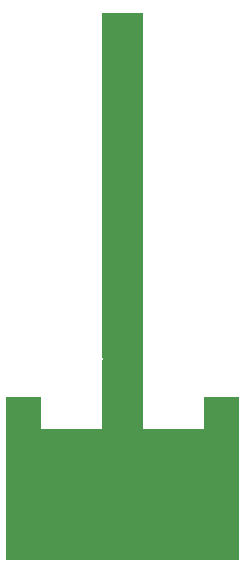
<source format=gtl>
G04*
G04 #@! TF.GenerationSoftware,Altium Limited,Altium Designer,23.2.1 (34)*
G04*
G04 Layer_Physical_Order=1*
G04 Layer_Color=255*
%FSLAX25Y25*%
%MOIN*%
G70*
G04*
G04 #@! TF.SameCoordinates,EA82DE16-3429-4144-A5AD-2FDE9807C310*
G04*
G04*
G04 #@! TF.FilePolarity,Positive*
G04*
G01*
G75*
%ADD13R,0.09000X0.23000*%
%ADD14R,0.13610X0.03937*%
G36*
X176712Y145414D02*
X165018D01*
Y134485D01*
X144600D01*
Y157515D01*
X130988D01*
Y134485D01*
X110571D01*
Y145414D01*
X98876D01*
Y90876D01*
X176712D01*
Y145414D01*
D02*
G37*
G36*
X144602Y158287D02*
X131344D01*
X130990Y158641D01*
X130993Y273228D01*
X144602D01*
Y158287D01*
D02*
G37*
D13*
X137795Y261811D02*
D03*
D14*
Y158510D02*
D03*
M02*

</source>
